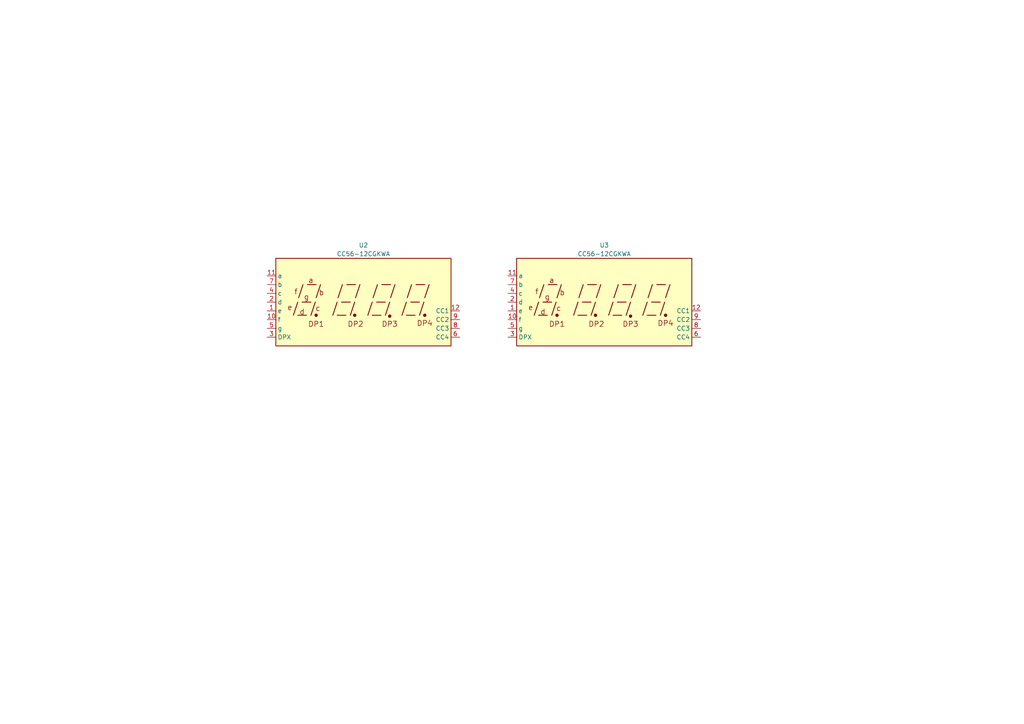
<source format=kicad_sch>
(kicad_sch (version 20230121) (generator eeschema)

  (uuid d64fda1d-e9f4-41d1-b5ae-31a2bcb1e980)

  (paper "A4")

  (title_block
    (title "Seven Segment Display")
  )

  (lib_symbols
    (symbol "Display_Character:CC56-12CGKWA" (in_bom yes) (on_board yes)
      (property "Reference" "U" (at -24.13 13.97 0)
        (effects (font (size 1.27 1.27)))
      )
      (property "Value" "CC56-12CGKWA" (at 17.78 13.97 0)
        (effects (font (size 1.27 1.27)))
      )
      (property "Footprint" "Display_7Segment:CA56-12CGKWA" (at 0 -15.24 0)
        (effects (font (size 1.27 1.27)) hide)
      )
      (property "Datasheet" "http://www.kingbright.com/attachments/file/psearch/000/00/00/CC56-12CGKWA(Ver.8A).pdf" (at -10.922 0.762 0)
        (effects (font (size 1.27 1.27)) hide)
      )
      (property "ki_keywords" "display LED 7-segment" (at 0 0 0)
        (effects (font (size 1.27 1.27)) hide)
      )
      (property "ki_description" "4 digit 7 segment green LED, common cathode" (at 0 0 0)
        (effects (font (size 1.27 1.27)) hide)
      )
      (property "ki_fp_filters" "*CA56*12CGKWA*" (at 0 0 0)
        (effects (font (size 1.27 1.27)) hide)
      )
      (symbol "CC56-12CGKWA_0_0"
        (rectangle (start -25.4 12.7) (end 25.4 -12.7)
          (stroke (width 0.254) (type default))
          (fill (type background))
        )
        (polyline
          (pts
            (xy -20.32 -3.81)
            (xy -19.05 0)
          )
          (stroke (width 0.254) (type default))
          (fill (type none))
        )
        (polyline
          (pts
            (xy -19.05 -3.81)
            (xy -16.51 -3.81)
          )
          (stroke (width 0.254) (type default))
          (fill (type none))
        )
        (polyline
          (pts
            (xy -18.796 1.27)
            (xy -17.526 5.08)
          )
          (stroke (width 0.254) (type default))
          (fill (type none))
        )
        (polyline
          (pts
            (xy -17.78 0)
            (xy -15.24 0)
          )
          (stroke (width 0.254) (type default))
          (fill (type none))
        )
        (polyline
          (pts
            (xy -16.256 5.08)
            (xy -13.716 5.08)
          )
          (stroke (width 0.254) (type default))
          (fill (type none))
        )
        (polyline
          (pts
            (xy -15.24 -3.81)
            (xy -13.97 0)
          )
          (stroke (width 0.254) (type default))
          (fill (type none))
        )
        (polyline
          (pts
            (xy -13.716 1.27)
            (xy -12.446 5.08)
          )
          (stroke (width 0.254) (type default))
          (fill (type none))
        )
        (polyline
          (pts
            (xy -8.89 -3.81)
            (xy -7.62 0)
          )
          (stroke (width 0.254) (type default))
          (fill (type none))
        )
        (polyline
          (pts
            (xy -7.62 -3.81)
            (xy -5.08 -3.81)
          )
          (stroke (width 0.254) (type default))
          (fill (type none))
        )
        (polyline
          (pts
            (xy -7.366 1.27)
            (xy -6.096 5.08)
          )
          (stroke (width 0.254) (type default))
          (fill (type none))
        )
        (polyline
          (pts
            (xy -6.35 0)
            (xy -3.81 0)
          )
          (stroke (width 0.254) (type default))
          (fill (type none))
        )
        (polyline
          (pts
            (xy -4.826 5.08)
            (xy -2.286 5.08)
          )
          (stroke (width 0.254) (type default))
          (fill (type none))
        )
        (polyline
          (pts
            (xy -3.81 -3.81)
            (xy -2.54 0)
          )
          (stroke (width 0.254) (type default))
          (fill (type none))
        )
        (polyline
          (pts
            (xy -2.286 1.27)
            (xy -1.016 5.08)
          )
          (stroke (width 0.254) (type default))
          (fill (type none))
        )
        (polyline
          (pts
            (xy 1.27 -3.81)
            (xy 2.54 0)
          )
          (stroke (width 0.254) (type default))
          (fill (type none))
        )
        (polyline
          (pts
            (xy 2.54 -3.81)
            (xy 5.08 -3.81)
          )
          (stroke (width 0.254) (type default))
          (fill (type none))
        )
        (polyline
          (pts
            (xy 2.794 1.27)
            (xy 4.064 5.08)
          )
          (stroke (width 0.254) (type default))
          (fill (type none))
        )
        (polyline
          (pts
            (xy 3.81 0)
            (xy 6.35 0)
          )
          (stroke (width 0.254) (type default))
          (fill (type none))
        )
        (polyline
          (pts
            (xy 5.334 5.08)
            (xy 7.874 5.08)
          )
          (stroke (width 0.254) (type default))
          (fill (type none))
        )
        (polyline
          (pts
            (xy 6.35 -3.81)
            (xy 7.62 0)
          )
          (stroke (width 0.254) (type default))
          (fill (type none))
        )
        (polyline
          (pts
            (xy 7.874 1.27)
            (xy 9.144 5.08)
          )
          (stroke (width 0.254) (type default))
          (fill (type none))
        )
        (polyline
          (pts
            (xy 11.176 -3.81)
            (xy 12.446 0)
          )
          (stroke (width 0.254) (type default))
          (fill (type none))
        )
        (polyline
          (pts
            (xy 12.446 -3.81)
            (xy 14.986 -3.81)
          )
          (stroke (width 0.254) (type default))
          (fill (type none))
        )
        (polyline
          (pts
            (xy 12.7 1.27)
            (xy 13.97 5.08)
          )
          (stroke (width 0.254) (type default))
          (fill (type none))
        )
        (polyline
          (pts
            (xy 13.716 0)
            (xy 16.256 0)
          )
          (stroke (width 0.254) (type default))
          (fill (type none))
        )
        (polyline
          (pts
            (xy 15.24 5.08)
            (xy 17.78 5.08)
          )
          (stroke (width 0.254) (type default))
          (fill (type none))
        )
        (polyline
          (pts
            (xy 16.256 -3.81)
            (xy 17.526 0)
          )
          (stroke (width 0.254) (type default))
          (fill (type none))
        )
        (polyline
          (pts
            (xy 17.78 1.27)
            (xy 19.05 5.08)
          )
          (stroke (width 0.254) (type default))
          (fill (type none))
        )
        (text "a" (at -15.24 6.35 0)
          (effects (font (size 1.524 1.524)))
        )
        (text "b" (at -12.192 2.794 0)
          (effects (font (size 1.524 1.524)))
        )
        (text "c" (at -13.208 -1.778 0)
          (effects (font (size 1.524 1.524)))
        )
        (text "d" (at -17.78 -2.794 0)
          (effects (font (size 1.524 1.524)))
        )
        (text "DP1" (at -13.716 -6.35 0)
          (effects (font (size 1.524 1.524)))
        )
        (text "DP2" (at -2.286 -6.35 0)
          (effects (font (size 1.524 1.524)))
        )
        (text "DP3" (at 7.62 -6.35 0)
          (effects (font (size 1.524 1.524)))
        )
        (text "DP4" (at 17.78 -6.096 0)
          (effects (font (size 1.524 1.524)))
        )
        (text "e" (at -21.336 -1.524 0)
          (effects (font (size 1.524 1.524)))
        )
        (text "f" (at -19.558 3.048 0)
          (effects (font (size 1.524 1.524)))
        )
        (text "g" (at -16.51 1.524 0)
          (effects (font (size 1.524 1.524)))
        )
      )
      (symbol "CC56-12CGKWA_0_1"
        (circle (center -13.716 -3.81) (radius 0.3556)
          (stroke (width 0.254) (type default))
          (fill (type outline))
        )
        (circle (center -2.54 -3.81) (radius 0.3556)
          (stroke (width 0.254) (type default))
          (fill (type outline))
        )
      )
      (symbol "CC56-12CGKWA_1_0"
        (circle (center 7.62 -4.064) (radius 0.3556)
          (stroke (width 0.254) (type default))
          (fill (type outline))
        )
        (circle (center 17.78 -3.81) (radius 0.3556)
          (stroke (width 0.254) (type default))
          (fill (type outline))
        )
      )
      (symbol "CC56-12CGKWA_1_1"
        (pin input line (at -27.94 -2.54 0) (length 2.54)
          (name "e" (effects (font (size 1.27 1.27))))
          (number "1" (effects (font (size 1.27 1.27))))
        )
        (pin input line (at -27.94 -5.08 0) (length 2.54)
          (name "f" (effects (font (size 1.27 1.27))))
          (number "10" (effects (font (size 1.27 1.27))))
        )
        (pin input line (at -27.94 7.62 0) (length 2.54)
          (name "a" (effects (font (size 1.27 1.27))))
          (number "11" (effects (font (size 1.27 1.27))))
        )
        (pin input line (at 27.94 -2.54 180) (length 2.54)
          (name "CC1" (effects (font (size 1.27 1.27))))
          (number "12" (effects (font (size 1.27 1.27))))
        )
        (pin input line (at -27.94 0 0) (length 2.54)
          (name "d" (effects (font (size 1.27 1.27))))
          (number "2" (effects (font (size 1.27 1.27))))
        )
        (pin input line (at -27.94 -10.16 0) (length 2.54)
          (name "DPX" (effects (font (size 1.27 1.27))))
          (number "3" (effects (font (size 1.27 1.27))))
        )
        (pin input line (at -27.94 2.54 0) (length 2.54)
          (name "c" (effects (font (size 1.27 1.27))))
          (number "4" (effects (font (size 1.27 1.27))))
        )
        (pin input line (at -27.94 -7.62 0) (length 2.54)
          (name "g" (effects (font (size 1.27 1.27))))
          (number "5" (effects (font (size 1.27 1.27))))
        )
        (pin input line (at 27.94 -10.16 180) (length 2.54)
          (name "CC4" (effects (font (size 1.27 1.27))))
          (number "6" (effects (font (size 1.27 1.27))))
        )
        (pin input line (at -27.94 5.08 0) (length 2.54)
          (name "b" (effects (font (size 1.27 1.27))))
          (number "7" (effects (font (size 1.27 1.27))))
        )
        (pin input line (at 27.94 -7.62 180) (length 2.54)
          (name "CC3" (effects (font (size 1.27 1.27))))
          (number "8" (effects (font (size 1.27 1.27))))
        )
        (pin input line (at 27.94 -5.08 180) (length 2.54)
          (name "CC2" (effects (font (size 1.27 1.27))))
          (number "9" (effects (font (size 1.27 1.27))))
        )
      )
    )
  )


  (symbol (lib_id "Display_Character:CC56-12CGKWA") (at 105.41 87.63 0) (unit 1)
    (in_bom yes) (on_board yes) (dnp no) (fields_autoplaced)
    (uuid 451837b3-bff8-49e0-9511-83e008fd4122)
    (property "Reference" "U2" (at 105.41 71.12 0)
      (effects (font (size 1.27 1.27)))
    )
    (property "Value" "CC56-12CGKWA" (at 105.41 73.66 0)
      (effects (font (size 1.27 1.27)))
    )
    (property "Footprint" "Display_7Segment:CA56-12CGKWA" (at 105.41 102.87 0)
      (effects (font (size 1.27 1.27)) hide)
    )
    (property "Datasheet" "http://www.kingbright.com/attachments/file/psearch/000/00/00/CC56-12CGKWA(Ver.8A).pdf" (at 94.488 86.868 0)
      (effects (font (size 1.27 1.27)) hide)
    )
    (pin "1" (uuid eb1c4162-6aeb-4f50-8bef-89d641fca98d))
    (pin "10" (uuid 989171e2-fb61-463d-af20-72dad24b140e))
    (pin "11" (uuid 08e7dfc5-7719-4144-a693-31070e436633))
    (pin "12" (uuid af8ebbb9-562b-4174-a13a-fbf3e0835bb6))
    (pin "2" (uuid 39c3d7b1-6944-41bd-85e6-fddacff2316e))
    (pin "3" (uuid 41e1804f-9439-4b54-a783-34f8d5fa4d77))
    (pin "4" (uuid d27aa19c-8451-4f58-97b8-9835817e3569))
    (pin "5" (uuid fbe9ad64-f986-47c7-9df9-e32ffc672256))
    (pin "6" (uuid 5e3688a9-b6ff-4e0a-abe6-04b1e3fb649a))
    (pin "7" (uuid 861a4ed0-d563-41d5-8547-106ccabac423))
    (pin "8" (uuid 2bbab285-bb88-4621-9299-70a99d5a4bb9))
    (pin "9" (uuid 5b4494e6-e3ca-4da3-a1b7-a4ff798a276b))
    (instances
      (project "calculator"
        (path "/c551c393-3eaa-493e-8775-6217daf7eece/22d7aced-bce9-4b38-9713-01e05f22f544"
          (reference "U2") (unit 1)
        )
      )
    )
  )

  (symbol (lib_id "Display_Character:CC56-12CGKWA") (at 175.26 87.63 0) (unit 1)
    (in_bom yes) (on_board yes) (dnp no) (fields_autoplaced)
    (uuid b4422457-9b18-42ab-82a1-df7fa796900f)
    (property "Reference" "U3" (at 175.26 71.12 0)
      (effects (font (size 1.27 1.27)))
    )
    (property "Value" "CC56-12CGKWA" (at 175.26 73.66 0)
      (effects (font (size 1.27 1.27)))
    )
    (property "Footprint" "Display_7Segment:CA56-12CGKWA" (at 175.26 102.87 0)
      (effects (font (size 1.27 1.27)) hide)
    )
    (property "Datasheet" "http://www.kingbright.com/attachments/file/psearch/000/00/00/CC56-12CGKWA(Ver.8A).pdf" (at 164.338 86.868 0)
      (effects (font (size 1.27 1.27)) hide)
    )
    (pin "1" (uuid 8a3f7988-ae90-4782-987e-2e4977da25c8))
    (pin "10" (uuid 0fe9c641-e68d-45b0-a383-b6e5cb1e8007))
    (pin "11" (uuid 50d66237-9768-4426-85e5-0ac41bbdc241))
    (pin "12" (uuid 849d73c6-bc35-4b23-90e3-a072f5f3a09c))
    (pin "2" (uuid 32a63133-841e-43a2-ae49-2ecc060b0b6c))
    (pin "3" (uuid eccaaedd-6a93-4d7c-a6bd-3e699b393e98))
    (pin "4" (uuid 3b1803de-0da3-48cf-ac9c-b7a0a16d68ac))
    (pin "5" (uuid d153e90d-0962-4708-aa41-cdc9b44fad39))
    (pin "6" (uuid db8f51e4-780b-4eff-a9de-eb6ca8e749e9))
    (pin "7" (uuid 0f7b35a9-f42d-46ec-8a5a-cfcff739af96))
    (pin "8" (uuid 6f397650-f8c5-4b8a-aec6-00db30dc3536))
    (pin "9" (uuid 2713f89c-d050-4703-a56b-f4bfec299012))
    (instances
      (project "calculator"
        (path "/c551c393-3eaa-493e-8775-6217daf7eece/22d7aced-bce9-4b38-9713-01e05f22f544"
          (reference "U3") (unit 1)
        )
      )
    )
  )
)

</source>
